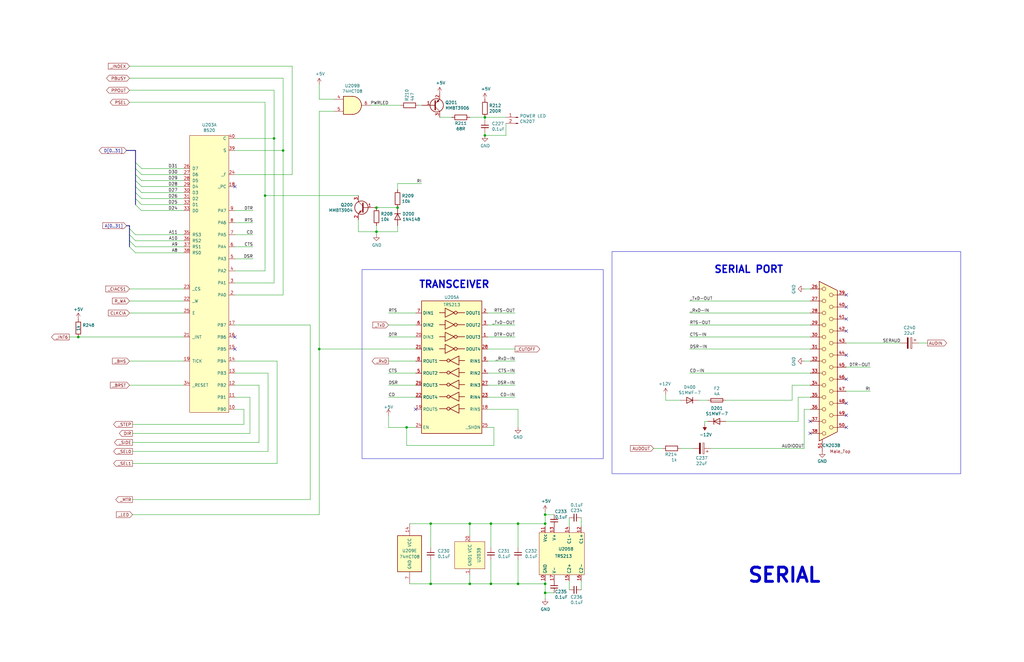
<source format=kicad_sch>
(kicad_sch (version 20231120) (generator "eeschema") (generator_version "8.0")
  (paper "B")
  (title_block (title "AMIGA PCI") (date "2024-10-23") (rev "4.0"))
  (lib_symbols
    (symbol "+5V_1" (power) (pin_numbers hide) (pin_names (offset 0) hide)
      (property "Value" "+5V" (at 0 3.556 0))
      (symbol "+5V_1_1_1"
        (pin power_in line (at 0 0 90) (length 0) (name "~") (number "1"))
      )
    )
    (symbol "74xx:74LS08" (pin_names (offset 1.016))
      (property "Reference" "U" (at 0 1.27 0))
      (property "Value" "74LS08" (at 0 -1.27 0))
      (symbol "74LS08_1_1"
        (pin input line (at -7.62 2.54 0) (length 3.81) (name "~") (number "1"))
        (pin input line (at -7.62 -2.54 0) (length 3.81) (name "~") (number "2"))
        (pin output line (at 7.62 0 180) (length 3.81) (name "~") (number "3"))
      )
      (symbol "74LS08_1_2"
        (pin input inverted (at -7.62 2.54 0) (length 4.318) (name "~") (number "1"))
        (pin input inverted (at -7.62 -2.54 0) (length 4.318) (name "~") (number "2"))
        (pin output inverted (at 7.62 0 180) (length 3.81) (name "~") (number "3"))
      )
      (symbol "74LS08_2_1"
        (pin input line (at -7.62 2.54 0) (length 3.81) (name "~") (number "4"))
        (pin input line (at -7.62 -2.54 0) (length 3.81) (name "~") (number "5"))
        (pin output line (at 7.62 0 180) (length 3.81) (name "~") (number "6"))
      )
      (symbol "74LS08_2_2"
        (pin input inverted (at -7.62 2.54 0) (length 4.318) (name "~") (number "4"))
        (pin input inverted (at -7.62 -2.54 0) (length 4.318) (name "~") (number "5"))
        (pin output inverted (at 7.62 0 180) (length 3.81) (name "~") (number "6"))
      )
      (symbol "74LS08_3_1"
        (pin input line (at -7.62 -2.54 0) (length 3.81) (name "~") (number "10"))
        (pin output line (at 7.62 0 180) (length 3.81) (name "~") (number "8"))
        (pin input line (at -7.62 2.54 0) (length 3.81) (name "~") (number "9"))
      )
      (symbol "74LS08_3_2"
        (pin input inverted (at -7.62 -2.54 0) (length 4.318) (name "~") (number "10"))
        (pin output inverted (at 7.62 0 180) (length 3.81) (name "~") (number "8"))
        (pin input inverted (at -7.62 2.54 0) (length 4.318) (name "~") (number "9"))
      )
      (symbol "74LS08_4_1"
        (pin output line (at 7.62 0 180) (length 3.81) (name "~") (number "11"))
        (pin input line (at -7.62 2.54 0) (length 3.81) (name "~") (number "12"))
        (pin input line (at -7.62 -2.54 0) (length 3.81) (name "~") (number "13"))
      )
      (symbol "74LS08_4_2"
        (pin output inverted (at 7.62 0 180) (length 3.81) (name "~") (number "11"))
        (pin input inverted (at -7.62 2.54 0) (length 4.318) (name "~") (number "12"))
        (pin input inverted (at -7.62 -2.54 0) (length 4.318) (name "~") (number "13"))
      )
      (symbol "74LS08_5_0"
        (pin power_in line (at 0 12.7 270) (length 5.08) (name "VCC") (number "14"))
        (pin power_in line (at 0 -12.7 90) (length 5.08) (name "GND") (number "7"))
      )
    )
    (symbol "AmigaPCI-Symbols:DB25_Stack_FemaleAndMale" (pin_names (offset 1.016) hide)
      (property "Reference" "J" (at 0 34.29 0))
      (property "Value" "DB25_Stack_FemaleAndMale" (at 12.7 -35.56 0))
      (symbol "DB25_Stack_FemaleAndMale_1_0"
        (text "Female_Bottom" (at 0 -38.1 0) (effects (font (size 1.27 1.27))))
      )
      (symbol "DB25_Stack_FemaleAndMale_1_1"
        (pin passive line (at -7.62 30.48 0) (length 3.81) (name "1") (number "1"))
        (pin passive line (at -7.62 -15.24 0) (length 3.81) (name "10") (number "10"))
        (pin passive line (at -7.62 -20.32 0) (length 3.81) (name "11") (number "11"))
        (pin passive line (at -7.62 -25.4 0) (length 3.81) (name "12") (number "12"))
        (pin passive line (at -7.62 -30.48 0) (length 3.81) (name "13") (number "13"))
        (pin passive line (at 7.62 27.94 180) (length 3.81) (name "P14") (number "14"))
        (pin passive line (at 7.62 22.86 180) (length 3.81) (name "P15") (number "15"))
        (pin passive line (at 7.62 17.78 180) (length 3.81) (name "P16") (number "16"))
        (pin passive line (at 7.62 12.7 180) (length 3.81) (name "P17") (number "17"))
        (pin passive line (at 7.62 7.62 180) (length 3.81) (name "P18") (number "18"))
        (pin passive line (at 7.62 2.54 180) (length 3.81) (name "P19") (number "19"))
        (pin passive line (at -7.62 25.4 0) (length 3.81) (name "2") (number "2"))
        (pin passive line (at 7.62 -2.54 180) (length 3.81) (name "P20") (number "20"))
        (pin passive line (at 7.62 -7.62 180) (length 3.81) (name "P21") (number "21"))
        (pin passive line (at 7.62 -12.7 180) (length 3.81) (name "P22") (number "22"))
        (pin passive line (at 7.62 -17.78 180) (length 3.81) (name "P23") (number "23"))
        (pin passive line (at 7.62 -22.86 180) (length 3.81) (name "P24") (number "24"))
        (pin passive line (at 7.62 -27.94 180) (length 3.81) (name "P25") (number "25"))
        (pin passive line (at -7.62 20.32 0) (length 3.81) (name "3") (number "3"))
        (pin passive line (at -7.62 15.24 0) (length 3.81) (name "4") (number "4"))
        (pin passive line (at -7.62 10.16 0) (length 3.81) (name "5") (number "5"))
        (pin passive line (at -7.62 5.08 0) (length 3.81) (name "6") (number "6"))
        (pin passive line (at -7.62 0 0) (length 3.81) (name "7") (number "7"))
        (pin passive line (at -7.62 -5.08 0) (length 3.81) (name "8") (number "8"))
        (pin passive line (at -7.62 -10.16 0) (length 3.81) (name "9") (number "9"))
      )
      (symbol "DB25_Stack_FemaleAndMale_2_0"
        (text "Male_Top" (at 5.08 -38.1 0) (effects (font (size 1.27 1.27))))
        (pin power_in line (at -2.54 -38.1 90) (length 5.02) (name "GND") (number "51"))
      )
      (symbol "DB25_Stack_FemaleAndMale_2_1"
        (pin passive line (at -7.62 30.48 0) (length 3.81) (name "26") (number "26"))
        (pin passive line (at -7.62 25.4 0) (length 3.81) (name "27") (number "27"))
        (pin passive line (at -7.62 20.32 0) (length 3.81) (name "28") (number "28"))
        (pin passive line (at -7.62 15.24 0) (length 3.81) (name "29") (number "29"))
        (pin passive line (at -7.62 10.16 0) (length 3.81) (name "30") (number "30"))
        (pin passive line (at -7.62 5.08 0) (length 3.81) (name "31") (number "31"))
        (pin passive line (at -7.62 0 0) (length 3.81) (name "32") (number "32"))
        (pin passive line (at -7.62 -5.08 0) (length 3.81) (name "33") (number "33"))
        (pin passive line (at -7.62 -10.16 0) (length 3.81) (name "34") (number "34"))
        (pin passive line (at -7.62 -15.24 0) (length 3.81) (name "35") (number "35"))
        (pin passive line (at -7.62 -20.32 0) (length 3.81) (name "36") (number "36"))
        (pin passive line (at -7.62 -25.4 0) (length 3.81) (name "37") (number "37"))
        (pin passive line (at -7.62 -30.48 0) (length 3.81) (name "38") (number "38"))
        (pin passive line (at 7.62 27.94 180) (length 3.81) (name "39") (number "39"))
        (pin passive line (at 7.62 22.86 180) (length 3.81) (name "40") (number "40"))
        (pin passive line (at 7.62 17.78 180) (length 3.81) (name "41") (number "41"))
        (pin passive line (at 7.62 12.7 180) (length 3.81) (name "42") (number "42"))
        (pin passive line (at 7.62 7.62 180) (length 3.81) (name "43") (number "43"))
        (pin passive line (at 7.62 2.54 180) (length 3.81) (name "44") (number "44"))
        (pin passive line (at 7.62 -2.54 180) (length 3.81) (name "45") (number "45"))
        (pin passive line (at 7.62 -7.62 180) (length 3.81) (name "46") (number "46"))
        (pin passive line (at 7.62 -12.7 180) (length 3.81) (name "47") (number "47"))
        (pin passive line (at 7.62 -17.78 180) (length 3.81) (name "48") (number "48"))
        (pin passive line (at 7.62 -22.86 180) (length 3.81) (name "49") (number "49"))
        (pin passive line (at 7.62 -27.94 180) (length 3.81) (name "50") (number "50"))
      )
    )
    (symbol "AmigaPCI-Symbols:MOS 8520" (pin_names (offset 1.016))
      (property "Reference" "U" (at 0 53.34 0))
      (property "Value" "8520" (at 0 40.64 0))
      (symbol "MOS 8520_1_1"
        (pin bidirectional line (at 10.16 -63.5 180) (length 2.54) (name "PB0") (number "10"))
        (pin bidirectional line (at 10.16 -58.42 180) (length 2.54) (name "PB1") (number "11"))
        (pin bidirectional line (at 10.16 -53.34 180) (length 2.54) (name "PB2") (number "12"))
        (pin bidirectional line (at 10.16 -48.26 180) (length 2.54) (name "PB3") (number "13"))
        (pin bidirectional line (at 10.16 -43.18 180) (length 2.54) (name "PB4") (number "14"))
        (pin bidirectional line (at 10.16 -38.1 180) (length 2.54) (name "PB5") (number "15"))
        (pin bidirectional line (at 10.16 -33.02 180) (length 2.54) (name "PB6") (number "16"))
        (pin bidirectional line (at 10.16 -27.94 180) (length 2.54) (name "PB7") (number "17"))
        (pin output line (at 10.16 30.48 180) (length 2.54) (name "_PC") (number "18"))
        (pin input line (at -11.43 -43.18 0) (length 2.54) (name "TICK") (number "19"))
        (pin bidirectional line (at 10.16 -15.24 180) (length 2.54) (name "PA0") (number "2"))
        (pin output line (at -11.43 -33.02 0) (length 2.54) (name "_INT") (number "21"))
        (pin input line (at -11.43 -17.78 0) (length 2.54) (name "_W") (number "22"))
        (pin input line (at -11.43 -12.7 0) (length 2.54) (name "_CS") (number "23"))
        (pin input line (at 10.16 35.56 180) (length 2.54) (name "_F") (number "24"))
        (pin input line (at -11.43 -22.86 0) (length 2.54) (name "E") (number "25"))
        (pin bidirectional line (at -11.43 38.1 0) (length 2.54) (name "D7") (number "26"))
        (pin bidirectional line (at -11.43 35.56 0) (length 2.54) (name "D6") (number "27"))
        (pin bidirectional line (at -11.43 33.02 0) (length 2.54) (name "D5") (number "28"))
        (pin bidirectional line (at -11.43 30.48 0) (length 2.54) (name "D4") (number "29"))
        (pin bidirectional line (at 10.16 -10.16 180) (length 2.54) (name "PA1") (number "3"))
        (pin bidirectional line (at -11.43 27.94 0) (length 2.54) (name "D3") (number "30"))
        (pin bidirectional line (at -11.43 25.4 0) (length 2.54) (name "D2") (number "31"))
        (pin bidirectional line (at -11.43 22.86 0) (length 2.54) (name "D1") (number "32"))
        (pin bidirectional line (at -11.43 20.32 0) (length 2.54) (name "D0") (number "33"))
        (pin input line (at -11.43 -53.34 0) (length 2.54) (name "_RESET") (number "34"))
        (pin input line (at -11.43 10.16 0) (length 2.54) (name "RS3") (number "35"))
        (pin input line (at -11.43 7.62 0) (length 2.54) (name "RS2") (number "36"))
        (pin input line (at -11.43 5.08 0) (length 2.54) (name "RS1") (number "37"))
        (pin input line (at -11.43 2.54 0) (length 2.54) (name "RS0") (number "38"))
        (pin input line (at 10.16 45.72 180) (length 2.54) (name "S") (number "39"))
        (pin bidirectional line (at 10.16 -5.08 180) (length 2.54) (name "PA2") (number "4"))
        (pin input line (at 10.16 50.8 180) (length 2.54) (name "C") (number "40"))
        (pin bidirectional line (at 10.16 0 180) (length 2.54) (name "PA3") (number "5"))
        (pin bidirectional line (at 10.16 5.08 180) (length 2.54) (name "PA4") (number "6"))
        (pin bidirectional line (at 10.16 10.16 180) (length 2.54) (name "PA5") (number "7"))
        (pin bidirectional line (at 10.16 15.24 180) (length 2.54) (name "PA6") (number "8"))
        (pin bidirectional line (at 10.16 20.32 180) (length 2.54) (name "PA7") (number "9"))
      )
      (symbol "MOS 8520_2_1"
        (pin power_in line (at 0 -7.62 90) (length 2.54) (name "GND1") (number "1"))
        (pin power_in line (at 0 8.89 270) (length 2.54) (name "VCC") (number "20"))
      )
    )
    (symbol "AmigaPCI-Symbols:TRS213"
      (property "Reference" "U" (at 12.7 33.02 0))
      (property "Value" "TRS213" (at 12.7 30.48 0))
      (symbol "TRS213_1_0"
        (pin input line (at 15.24 -17.78 180) (length 2.54) (name "RIN5") (number "18"))
        (pin output line (at -15.24 -17.78 0) (length 2.54) (name "ROUT5") (number "19"))
        (pin input line (at -15.24 12.7 0) (length 2.54) (name "DIN3") (number "20"))
        (pin input line (at -15.24 7.62 0) (length 2.54) (name "DIN4") (number "21"))
        (pin input line (at -15.24 7.62 0) (length 2.54) (name "DIN4") (number "21"))
        (pin output line (at -15.24 -12.7 0) (length 2.54) (name "ROUT4") (number "22"))
        (pin output line (at -15.24 -12.7 0) (length 2.54) (name "ROUT4") (number "22"))
        (pin input line (at 15.24 -12.7 180) (length 2.54) (name "RIN4") (number "23"))
        (pin input line (at 15.24 -12.7 180) (length 2.54) (name "RIN4") (number "23"))
        (pin input line (at -15.24 -25.4 0) (length 2.54) (name "EN") (number "24"))
        (pin input line (at 15.24 -25.4 180) (length 2.54) (name "_SHDN") (number "25"))
        (pin output line (at -15.24 -7.62 0) (length 2.54) (name "ROUT3") (number "26"))
        (pin output line (at -15.24 -7.62 0) (length 2.54) (name "ROUT3") (number "26"))
        (pin input line (at 15.24 -7.62 180) (length 2.54) (name "RIN3") (number "27"))
        (pin input line (at 15.24 -7.62 180) (length 2.54) (name "RIN3") (number "27"))
        (pin output line (at 15.24 7.62 180) (length 2.54) (name "DOUT4") (number "28"))
        (pin output line (at 15.24 7.62 180) (length 2.54) (name "DOUT4") (number "28"))
      )
      (symbol "TRS213_1_1"
        (pin output line (at 15.24 12.7 180) (length 2.54) (name "DOUT3") (number "1"))
        (pin output line (at 15.24 12.7 180) (length 2.54) (name "DOUT3") (number "1"))
        (pin output line (at 15.24 22.86 180) (length 2.54) (name "DOUT1") (number "2"))
        (pin output line (at 15.24 22.86 180) (length 2.54) (name "DOUT1") (number "2"))
        (pin output line (at 15.24 17.78 180) (length 2.54) (name "DOUT2") (number "3"))
        (pin output line (at 15.24 17.78 180) (length 2.54) (name "DOUT2") (number "3"))
        (pin input line (at 15.24 -2.54 180) (length 2.54) (name "RIN2") (number "4"))
        (pin input line (at 15.24 -2.54 180) (length 2.54) (name "RIN2") (number "4"))
        (pin output line (at -15.24 -2.54 0) (length 2.54) (name "ROUT2") (number "5"))
        (pin output line (at -15.24 -2.54 0) (length 2.54) (name "ROUT2") (number "5"))
        (pin input line (at -15.24 17.78 0) (length 2.54) (name "DIN2") (number "6"))
        (pin input line (at -15.24 17.78 0) (length 2.54) (name "DIN2") (number "6"))
        (pin input line (at -15.24 22.86 0) (length 2.54) (name "DIN1") (number "7"))
        (pin input line (at -15.24 22.86 0) (length 2.54) (name "DIN1") (number "7"))
        (pin output line (at -15.24 2.54 0) (length 2.54) (name "ROUT1") (number "8"))
        (pin output line (at -15.24 2.54 0) (length 2.54) (name "ROUT1") (number "8"))
        (pin input line (at 15.24 2.54 180) (length 2.54) (name "RIN1") (number "9"))
        (pin input line (at 15.24 2.54 180) (length 2.54) (name "RIN1") (number "9"))
      )
      (symbol "TRS213_2_0"
        (pin passive line (at -3.81 -11.43 90) (length 2.54) (name "V-") (number "17"))
      )
      (symbol "TRS213_2_1"
        (pin power_in line (at -7.62 -11.43 90) (length 2.54) (name "GND") (number "10"))
        (pin power_in line (at -7.62 11.43 270) (length 2.54) (name "Vcc") (number "11"))
        (pin passive line (at 7.62 11.43 270) (length 2.54) (name "C1+") (number "12"))
        (pin passive line (at -3.81 11.43 270) (length 2.54) (name "V+") (number "13"))
        (pin passive line (at 2.54 11.43 270) (length 2.54) (name "C1-") (number "14"))
        (pin passive line (at 2.54 -11.43 90) (length 2.54) (name "C2+") (number "15"))
        (pin passive line (at 7.62 -11.43 90) (length 2.54) (name "C2-") (number "16"))
      )
    )
    (symbol "Connector:Conn_01x02_Pin" (pin_names (offset 1.016) hide)
      (property "Reference" "J" (at 0 2.54 0))
      (property "Value" "Conn_01x02_Pin" (at 0 -5.08 0))
      (symbol "Conn_01x02_Pin_1_1"
        (pin passive line (at 5.08 0 180) (length 3.81) (name "Pin_1") (number "1"))
        (pin passive line (at 5.08 -2.54 180) (length 3.81) (name "Pin_2") (number "2"))
      )
    )
    (symbol "Device:C_Polarized" (pin_numbers hide) (pin_names (offset 0.254))
      (property "Reference" "C" (at 0.635 2.54 0))
      (property "Value" "C_Polarized" (at 0.635 -2.54 0))
      (symbol "C_Polarized_1_1"
        (pin passive line (at 0 3.81 270) (length 2.794) (name "~") (number "1"))
        (pin passive line (at 0 -3.81 90) (length 2.794) (name "~") (number "2"))
      )
    )
    (symbol "Device:C_Small" (pin_numbers hide) (pin_names (offset 0.254) hide)
      (property "Reference" "C" (at 0.254 1.778 0))
      (property "Value" "C_Small" (at 0.254 -2.032 0))
      (symbol "C_Small_1_1"
        (pin passive line (at 0 2.54 270) (length 2.032) (name "~") (number "1"))
        (pin passive line (at 0 -2.54 90) (length 2.032) (name "~") (number "2"))
      )
    )
    (symbol "Device:Fuse" (pin_numbers hide) (pin_names (offset 0))
      (property "Reference" "F" (at 2.032 0 90))
      (property "Value" "Fuse" (at -1.905 0 90))
      (symbol "Fuse_1_1"
        (pin passive line (at 0 3.81 270) (length 1.27) (name "~") (number "1"))
        (pin passive line (at 0 -3.81 90) (length 1.27) (name "~") (number "2"))
      )
    )
    (symbol "Device:R" (pin_numbers hide) (pin_names (offset 0))
      (property "Reference" "R" (at 2.032 0 90))
      (property "Value" "R" (at 0 0 90))
      (symbol "R_1_1"
        (pin passive line (at 0 3.81 270) (length 1.27) (name "~") (number "1"))
        (pin passive line (at 0 -3.81 90) (length 1.27) (name "~") (number "2"))
      )
    )
    (symbol "Diode:1N4001" (pin_numbers hide) (pin_names hide)
      (property "Reference" "D" (at 0 2.54 0))
      (property "Value" "1N4001" (at 0 -2.54 0))
      (symbol "1N4001_1_1"
        (pin passive line (at -3.81 0 0) (length 2.54) (name "K") (number "1"))
        (pin passive line (at 3.81 0 180) (length 2.54) (name "A") (number "2"))
      )
    )
    (symbol "Diode:1N4148" (pin_numbers hide) (pin_names hide)
      (property "Reference" "D" (at 0 2.54 0))
      (property "Value" "1N4148" (at 0 -2.54 0))
      (symbol "1N4148_1_1"
        (pin passive line (at -3.81 0 0) (length 2.54) (name "K") (number "1"))
        (pin passive line (at 3.81 0 180) (length 2.54) (name "A") (number "2"))
      )
    )
    (symbol "Transistor_BJT:MMBT3904" (pin_names (offset 0) hide)
      (property "Reference" "Q" (at 5.08 1.905 0))
      (property "Value" "MMBT3904" (at 5.08 0 0))
      (symbol "MMBT3904_1_1"
        (pin input line (at -5.08 0 0) (length 5.715) (name "B") (number "1"))
        (pin passive line (at 2.54 -5.08 90) (length 2.54) (name "E") (number "2"))
        (pin passive line (at 2.54 5.08 270) (length 2.54) (name "C") (number "3"))
      )
    )
    (symbol "Transistor_BJT:MMBT3906" (pin_names (offset 0) hide)
      (property "Reference" "Q" (at 5.08 1.905 0))
      (property "Value" "MMBT3906" (at 5.08 0 0))
      (symbol "MMBT3906_1_1"
        (pin input line (at -5.08 0 0) (length 5.715) (name "B") (number "1"))
        (pin passive line (at 2.54 -5.08 90) (length 2.54) (name "E") (number "2"))
        (pin passive line (at 2.54 5.08 270) (length 2.54) (name "C") (number "3"))
      )
    )
    (symbol "power:+12V" (power) (pin_names (offset 0))
      (property "Value" "+12V" (at 0 3.556 0))
      (symbol "+12V_1_1"
        (pin power_in line (at 0 0 90) (length 0) hide (name "+12V") (number "1"))
      )
    )
    (symbol "power:+5V" (power) (pin_names (offset 0))
      (property "Value" "+5V" (at 0 3.556 0))
      (symbol "+5V_1_1"
        (pin power_in line (at 0 0 90) (length 0) hide (name "+5V") (number "1"))
      )
    )
    (symbol "power:-12V" (power) (pin_names (offset 0))
      (property "Value" "-12V" (at 0 3.81 0))
      (symbol "-12V_0_0"
        (pin power_in line (at 0 0 90) (length 0) hide (name "-12V") (number "1"))
      )
    )
    (symbol "power:GND" (power) (pin_names (offset 0))
      (property "Value" "GND" (at 0 -3.81 0))
      (symbol "GND_1_1"
        (pin power_in line (at 0 0 270) (length 0) hide (name "GND") (number "1"))
      )
    )
  )
  (junction (at 181.61 246.38))
  (junction (at 218.44 246.38))
  (junction (at 171.45 180.34))
  (junction (at 204.47 49.53))
  (junction (at 198.12 246.38))
  (junction (at 229.87 217.17))
  (junction (at 134.62 147.32))
  (junction (at 229.87 250.19))
  (junction (at 229.87 220.98))
  (junction (at 229.87 246.38))
  (junction (at 119.38 63.5))
  (junction (at 207.01 246.38))
  (junction (at 158.75 97.79))
  (junction (at 111.76 82.55))
  (junction (at 115.57 58.42))
  (junction (at 218.44 220.98))
  (junction (at 33.02 142.24))
  (junction (at 204.47 57.15))
  (junction (at 167.64 87.63))
  (junction (at 198.12 220.98))
  (junction (at 158.75 87.63))
  (junction (at 207.01 220.98))
  (junction (at 181.61 220.98))
  (no_connect (at 175.26 172.72))
  (no_connect (at 356.87 124.46))
  (no_connect (at 341.63 182.88))
  (no_connect (at 356.87 129.54))
  (no_connect (at 356.87 149.86))
  (no_connect (at 356.87 139.7))
  (no_connect (at 99.06 78.74))
  (no_connect (at 356.87 180.34))
  (no_connect (at 99.06 142.24))
  (no_connect (at 99.06 147.32))
  (no_connect (at 356.87 134.62))
  (no_connect (at 356.87 170.18))
  (no_connect (at 341.63 177.8))
  (no_connect (at 356.87 175.26))
  (no_connect (at 356.87 160.02))
  (bus_entry (at 59.69 71.12) (size -2.54 -2.54))
  (bus_entry (at 59.69 83.82) (size -2.54 -2.54))
  (bus_entry (at 59.69 86.36) (size -2.54 -2.54))
  (bus_entry (at 57.15 104.14) (size -2.54 -2.54))
  (bus_entry (at 59.69 81.28) (size -2.54 -2.54))
  (bus_entry (at 59.69 73.66) (size -2.54 -2.54))
  (bus_entry (at 59.69 76.2) (size -2.54 -2.54))
  (bus_entry (at 59.69 78.74) (size -2.54 -2.54))
  (bus_entry (at 57.15 99.06) (size -2.54 -2.54))
  (bus_entry (at 57.15 106.68) (size -2.54 -2.54))
  (bus_entry (at 59.69 88.9) (size -2.54 -2.54))
  (bus_entry (at 57.15 101.6) (size -2.54 -2.54))
  (wire (pts (xy 290.83 142.24) (xy 341.63 142.24)))
  (wire (pts (xy 198.12 246.38) (xy 207.01 246.38)))
  (wire (pts (xy 33.02 142.24) (xy 29.21 142.24)))
  (wire (pts (xy 205.74 142.24) (xy 217.17 142.24)))
  (wire (pts (xy 163.83 132.08) (xy 175.26 132.08)))
  (bus (pts (xy 54.61 96.52) (xy 54.61 99.06)))
  (wire (pts (xy 171.45 180.34) (xy 171.45 187.96)))
  (wire (pts (xy 198.12 220.98) (xy 198.12 226.06)))
  (wire (pts (xy 356.87 154.94) (xy 367.03 154.94)))
  (wire (pts (xy 171.45 187.96) (xy 208.28 187.96)))
  (wire (pts (xy 163.83 162.56) (xy 175.26 162.56)))
  (wire (pts (xy 185.42 49.53) (xy 190.5 49.53)))
  (wire (pts (xy 229.87 217.17) (xy 229.87 220.98)))
  (bus (pts (xy 57.15 81.28) (xy 57.15 83.82)))
  (wire (pts (xy 77.47 86.36) (xy 59.69 86.36)))
  (wire (pts (xy 204.47 57.15) (xy 213.36 57.15)))
  (bus (pts (xy 57.15 68.58) (xy 57.15 71.12)))
  (wire (pts (xy 240.03 222.25) (xy 240.03 218.44)))
  (wire (pts (xy 55.88 217.17) (xy 134.62 217.17)))
  (bus (pts (xy 57.15 71.12) (xy 57.15 73.66)))
  (wire (pts (xy 116.84 195.58) (xy 55.88 195.58)))
  (wire (pts (xy 119.38 124.46) (xy 99.06 124.46)))
  (wire (pts (xy 134.62 46.99) (xy 140.97 46.99)))
  (wire (pts (xy 240.03 245.11) (xy 240.03 248.92)))
  (wire (pts (xy 205.74 172.72) (xy 218.44 172.72)))
  (bus (pts (xy 57.15 63.5) (xy 57.15 68.58)))
  (wire (pts (xy 341.63 172.72) (xy 339.09 172.72)))
  (wire (pts (xy 54.61 121.92) (xy 77.47 121.92)))
  (wire (pts (xy 134.62 41.91) (xy 134.62 35.56)))
  (wire (pts (xy 59.69 78.74) (xy 77.47 78.74)))
  (wire (pts (xy 207.01 220.98) (xy 218.44 220.98)))
  (wire (pts (xy 99.06 58.42) (xy 115.57 58.42)))
  (wire (pts (xy 163.83 152.4) (xy 175.26 152.4)))
  (bus (pts (xy 57.15 76.2) (xy 57.15 78.74)))
  (wire (pts (xy 163.83 180.34) (xy 171.45 180.34)))
  (wire (pts (xy 113.03 157.48) (xy 113.03 190.5)))
  (wire (pts (xy 181.61 246.38) (xy 172.72 246.38)))
  (wire (pts (xy 119.38 33.02) (xy 54.61 33.02)))
  (wire (pts (xy 99.06 99.06) (xy 106.68 99.06)))
  (wire (pts (xy 77.47 162.56) (xy 54.61 162.56)))
  (wire (pts (xy 204.47 55.88) (xy 204.47 57.15)))
  (wire (pts (xy 306.07 177.8) (xy 336.55 177.8)))
  (wire (pts (xy 198.12 49.53) (xy 204.47 49.53)))
  (wire (pts (xy 77.47 142.24) (xy 33.02 142.24)))
  (wire (pts (xy 205.74 132.08) (xy 217.17 132.08)))
  (wire (pts (xy 77.47 81.28) (xy 59.69 81.28)))
  (wire (pts (xy 130.81 137.16) (xy 130.81 210.82)))
  (wire (pts (xy 290.83 127) (xy 341.63 127)))
  (wire (pts (xy 99.06 109.22) (xy 106.68 109.22)))
  (wire (pts (xy 280.67 166.37) (xy 280.67 168.91)))
  (wire (pts (xy 111.76 82.55) (xy 111.76 114.3)))
  (wire (pts (xy 229.87 220.98) (xy 229.87 222.25)))
  (bus (pts (xy 53.34 95.25) (xy 54.61 95.25)))
  (wire (pts (xy 77.47 127) (xy 54.61 127)))
  (wire (pts (xy 99.06 162.56) (xy 109.22 162.56)))
  (wire (pts (xy 115.57 38.1) (xy 54.61 38.1)))
  (wire (pts (xy 163.83 137.16) (xy 175.26 137.16)))
  (wire (pts (xy 99.06 73.66) (xy 123.19 73.66)))
  (wire (pts (xy 205.74 167.64) (xy 217.17 167.64)))
  (wire (pts (xy 181.61 220.98) (xy 198.12 220.98)))
  (wire (pts (xy 115.57 58.42) (xy 115.57 38.1)))
  (wire (pts (xy 205.74 162.56) (xy 217.17 162.56)))
  (wire (pts (xy 102.87 172.72) (xy 102.87 179.07)))
  (wire (pts (xy 290.83 137.16) (xy 341.63 137.16)))
  (wire (pts (xy 334.01 168.91) (xy 334.01 162.56)))
  (wire (pts (xy 339.09 152.4) (xy 341.63 152.4)))
  (wire (pts (xy 356.87 144.78) (xy 379.73 144.78)))
  (wire (pts (xy 158.75 97.79) (xy 167.64 97.79)))
  (wire (pts (xy 167.64 77.47) (xy 177.8 77.47)))
  (wire (pts (xy 336.55 167.64) (xy 341.63 167.64)))
  (wire (pts (xy 204.47 49.53) (xy 204.47 50.8)))
  (wire (pts (xy 111.76 82.55) (xy 151.13 82.55)))
  (wire (pts (xy 59.69 83.82) (xy 77.47 83.82)))
  (wire (pts (xy 163.83 175.26) (xy 163.83 180.34)))
  (wire (pts (xy 113.03 190.5) (xy 55.88 190.5)))
  (wire (pts (xy 57.15 106.68) (xy 77.47 106.68)))
  (wire (pts (xy 163.83 157.48) (xy 175.26 157.48)))
  (wire (pts (xy 77.47 99.06) (xy 57.15 99.06)))
  (wire (pts (xy 156.21 44.45) (xy 168.91 44.45)))
  (wire (pts (xy 134.62 46.99) (xy 134.62 147.32)))
  (wire (pts (xy 172.72 220.98) (xy 181.61 220.98)))
  (wire (pts (xy 181.61 246.38) (xy 198.12 246.38)))
  (wire (pts (xy 198.12 242.57) (xy 198.12 246.38)))
  (wire (pts (xy 115.57 119.38) (xy 99.06 119.38)))
  (wire (pts (xy 158.75 87.63) (xy 167.64 87.63)))
  (wire (pts (xy 77.47 152.4) (xy 54.61 152.4)))
  (wire (pts (xy 218.44 236.22) (xy 218.44 246.38)))
  (wire (pts (xy 213.36 52.07) (xy 213.36 57.15)))
  (wire (pts (xy 176.53 44.45) (xy 177.8 44.45)))
  (wire (pts (xy 229.87 250.19) (xy 229.87 246.38)))
  (wire (pts (xy 290.83 132.08) (xy 341.63 132.08)))
  (bus (pts (xy 57.15 63.5) (xy 53.34 63.5)))
  (wire (pts (xy 245.11 245.11) (xy 245.11 248.92)))
  (bus (pts (xy 57.15 78.74) (xy 57.15 81.28)))
  (wire (pts (xy 181.61 220.98) (xy 181.61 231.14)))
  (wire (pts (xy 151.13 92.71) (xy 151.13 97.79)))
  (wire (pts (xy 205.74 157.48) (xy 217.17 157.48)))
  (wire (pts (xy 299.72 189.23) (xy 339.09 189.23)))
  (wire (pts (xy 123.19 27.94) (xy 54.61 27.94)))
  (wire (pts (xy 163.83 142.24) (xy 175.26 142.24)))
  (wire (pts (xy 77.47 76.2) (xy 59.69 76.2)))
  (wire (pts (xy 99.06 152.4) (xy 116.84 152.4)))
  (wire (pts (xy 229.87 250.19) (xy 233.68 250.19)))
  (wire (pts (xy 105.41 167.64) (xy 105.41 182.88)))
  (wire (pts (xy 218.44 220.98) (xy 229.87 220.98)))
  (wire (pts (xy 290.83 157.48) (xy 341.63 157.48)))
  (wire (pts (xy 163.83 167.64) (xy 175.26 167.64)))
  (wire (pts (xy 77.47 104.14) (xy 57.15 104.14)))
  (wire (pts (xy 207.01 220.98) (xy 207.01 231.14)))
  (wire (pts (xy 204.47 49.53) (xy 213.36 49.53)))
  (wire (pts (xy 218.44 246.38) (xy 229.87 246.38)))
  (wire (pts (xy 116.84 152.4) (xy 116.84 195.58)))
  (wire (pts (xy 77.47 101.6) (xy 57.15 101.6)))
  (wire (pts (xy 102.87 179.07) (xy 55.88 179.07)))
  (wire (pts (xy 167.64 80.01) (xy 167.64 77.47)))
  (bus (pts (xy 57.15 83.82) (xy 57.15 86.36)))
  (wire (pts (xy 290.83 147.32) (xy 341.63 147.32)))
  (wire (pts (xy 292.1 189.23) (xy 287.02 189.23)))
  (wire (pts (xy 181.61 236.22) (xy 181.61 246.38)))
  (wire (pts (xy 99.06 137.16) (xy 130.81 137.16)))
  (wire (pts (xy 208.28 187.96) (xy 208.28 180.34)))
  (wire (pts (xy 109.22 162.56) (xy 109.22 186.69)))
  (wire (pts (xy 111.76 43.18) (xy 54.61 43.18)))
  (bus (pts (xy 54.61 101.6) (xy 54.61 104.14)))
  (wire (pts (xy 387.35 144.78) (xy 391.16 144.78)))
  (wire (pts (xy 99.06 88.9) (xy 106.68 88.9)))
  (wire (pts (xy 115.57 58.42) (xy 115.57 119.38)))
  (wire (pts (xy 229.87 215.9) (xy 229.87 217.17)))
  (wire (pts (xy 134.62 147.32) (xy 134.62 217.17)))
  (wire (pts (xy 205.74 137.16) (xy 217.17 137.16)))
  (wire (pts (xy 279.4 189.23) (xy 275.59 189.23)))
  (wire (pts (xy 334.01 162.56) (xy 341.63 162.56)))
  (wire (pts (xy 140.97 41.91) (xy 134.62 41.91)))
  (wire (pts (xy 59.69 73.66) (xy 77.47 73.66)))
  (wire (pts (xy 207.01 246.38) (xy 218.44 246.38)))
  (wire (pts (xy 105.41 182.88) (xy 55.88 182.88)))
  (wire (pts (xy 339.09 121.92) (xy 341.63 121.92)))
  (wire (pts (xy 134.62 147.32) (xy 175.26 147.32)))
  (wire (pts (xy 151.13 97.79) (xy 158.75 97.79)))
  (bus (pts (xy 54.61 95.25) (xy 54.61 96.52)))
  (wire (pts (xy 356.87 165.1) (xy 367.03 165.1)))
  (wire (pts (xy 198.12 220.98) (xy 207.01 220.98)))
  (wire (pts (xy 158.75 97.79) (xy 158.75 95.25)))
  (wire (pts (xy 207.01 236.22) (xy 207.01 246.38)))
  (wire (pts (xy 99.06 63.5) (xy 119.38 63.5)))
  (wire (pts (xy 99.06 93.98) (xy 106.68 93.98)))
  (wire (pts (xy 229.87 245.11) (xy 229.87 246.38)))
  (wire (pts (xy 229.87 217.17) (xy 233.68 217.17)))
  (wire (pts (xy 111.76 82.55) (xy 111.76 43.18)))
  (wire (pts (xy 205.74 152.4) (xy 217.17 152.4)))
  (wire (pts (xy 99.06 157.48) (xy 113.03 157.48)))
  (wire (pts (xy 99.06 167.64) (xy 105.41 167.64)))
  (wire (pts (xy 167.64 97.79) (xy 167.64 95.25)))
  (wire (pts (xy 297.18 179.07) (xy 297.18 177.8)))
  (wire (pts (xy 229.87 252.73) (xy 229.87 250.19)))
  (wire (pts (xy 158.75 99.06) (xy 158.75 97.79)))
  (wire (pts (xy 218.44 220.98) (xy 218.44 231.14)))
  (wire (pts (xy 297.18 177.8) (xy 298.45 177.8)))
  (wire (pts (xy 130.81 210.82) (xy 55.88 210.82)))
  (wire (pts (xy 119.38 63.5) (xy 119.38 33.02)))
  (wire (pts (xy 306.07 168.91) (xy 334.01 168.91)))
  (wire (pts (xy 99.06 172.72) (xy 102.87 172.72)))
  (wire (pts (xy 99.06 114.3) (xy 111.76 114.3)))
  (wire (pts (xy 171.45 180.34) (xy 175.26 180.34)))
  (wire (pts (xy 245.11 222.25) (xy 245.11 218.44)))
  (wire (pts (xy 99.06 104.14) (xy 106.68 104.14)))
  (wire (pts (xy 339.09 172.72) (xy 339.09 189.23)))
  (wire (pts (xy 208.28 180.34) (xy 205.74 180.34)))
  (bus (pts (xy 57.15 73.66) (xy 57.15 76.2)))
  (wire (pts (xy 123.19 73.66) (xy 123.19 27.94)))
  (wire (pts (xy 77.47 88.9) (xy 59.69 88.9)))
  (wire (pts (xy 77.47 71.12) (xy 59.69 71.12)))
  (wire (pts (xy 218.44 172.72) (xy 218.44 180.34)))
  (wire (pts (xy 280.67 168.91) (xy 287.02 168.91)))
  (wire (pts (xy 119.38 63.5) (xy 119.38 124.46)))
  (wire (pts (xy 109.22 186.69) (xy 55.88 186.69)))
  (bus (pts (xy 54.61 99.06) (xy 54.61 101.6)))
  (wire (pts (xy 54.61 132.08) (xy 77.47 132.08)))
  (wire (pts (xy 298.45 168.91) (xy 294.64 168.91)))
  (wire (pts (xy 205.74 147.32) (xy 217.17 147.32)))
  (wire (pts (xy 336.55 177.8) (xy 336.55 167.64)))
  (rectangle (start 258.064 106.172) (end 405.13 199.898))
  (rectangle (start 152.654 113.792) (end 254.4 193.548))
  (text "SERIAL" (at 314.96 246.38 0) (effects (font (size 6 6) (thickness 1.2) (bold yes)) (justify left bottom)))
  (text "SERIAL PORT" (at 300.99 115.57 0) (effects (font (size 3 3) (thickness 0.6) (bold yes)) (justify left bottom)))
  (text "TRANSCEIVER" (at 176.53 121.92 0) (effects (font (size 3 3) (bold yes)) (justify left bottom)))
  (label "D27" (at 74.93 81.28 180) (effects (font (size 1.2954 1.2954))))
  (label "RI" (at 367.03 165.1 180))
  (label "_TxD-OUT" (at 290.83 127 0))
  (label "PWRLED" (at 156.21 44.45 0))
  (label "DTR-OUT" (at 367.03 154.94 180))
  (label "CTS-IN" (at 290.83 142.24 0))
  (label "D28" (at 74.93 78.74 180) (effects (font (size 1.2954 1.2954))))
  (label "CD" (at 163.83 167.64 0))
  (label "CTS" (at 106.68 104.14 180))
  (label "_RxD-IN" (at 290.83 132.08 0))
  (label "RTS-OUT" (at 217.17 132.08 180))
  (label "RTS" (at 163.83 132.08 0))
  (label "CTS" (at 163.83 157.48 0))
  (label "D26" (at 74.93 83.82 180) (effects (font (size 1.2954 1.2954))))
  (label "DSR-IN" (at 290.83 147.32 0))
  (label "CTS-IN" (at 217.17 157.48 180))
  (label "CD-IN" (at 217.17 167.64 180))
  (label "SERAUD" (at 379.73 144.78 180))
  (label "_RxD-IN" (at 217.17 152.4 180))
  (label "DTR" (at 163.83 142.24 0))
  (label "A10" (at 74.93 101.6 180) (effects (font (size 1.2954 1.2954))))
  (label "RTS-OUT" (at 290.83 137.16 0))
  (label "DTR" (at 106.68 88.9 180))
  (label "A8" (at 74.93 106.68 180) (effects (font (size 1.2954 1.2954))))
  (label "D25" (at 74.93 86.36 180) (effects (font (size 1.2954 1.2954))))
  (label "A11" (at 74.93 99.06 180) (effects (font (size 1.2954 1.2954))))
  (label "DSR" (at 163.83 162.56 0))
  (label "RTS" (at 106.68 93.98 180))
  (label "DSR-IN" (at 217.17 162.56 180))
  (label "CD-IN" (at 290.83 157.48 0))
  (label "RI" (at 177.8 77.47 180))
  (label "CD" (at 106.68 99.06 180))
  (label "DSR" (at 106.68 109.22 180))
  (label "D31" (at 74.93 71.12 180) (effects (font (size 1.2954 1.2954))))
  (label "DTR-OUT" (at 217.17 142.24 180))
  (label "D30" (at 74.93 73.66 180) (effects (font (size 1.2954 1.2954))))
  (label "_TxD-OUT" (at 217.17 137.16 180))
  (label "A9" (at 74.93 104.14 180) (effects (font (size 1.2954 1.2954))))
  (label "D29" (at 74.93 76.2 180) (effects (font (size 1.2954 1.2954))))
  (label "AUDIOOUT" (at 339.09 189.23 180))
  (label "D24" (at 74.93 88.9 180) (effects (font (size 1.2954 1.2954))))
  (global_label "_INDEX" (shape input) (at 54.61 27.94 180) (property "Intersheetrefs" "${INTERSHEET_REFS}" (at 45.1728 27.94 0) (effects (justify right))))
  (global_label "A[0..31]" (shape input) (at 53.34 95.25 180) (property "Intersheetrefs" "${INTERSHEET_REFS}" (at 42.8141 95.25 0) (effects (justify right))))
  (global_label "PSEL" (shape bidirectional) (at 54.61 43.18 180) (property "Intersheetrefs" "${INTERSHEET_REFS}" (at 45.9363 43.18 0) (effects (justify right))))
  (global_label "_SIDE" (shape output) (at 55.88 186.69 180) (property "Intersheetrefs" "${INTERSHEET_REFS}" (at 47.7733 186.69 0) (effects (justify right))))
  (global_label "AUDIN" (shape output) (at 391.16 144.78 0) (property "Intersheetrefs" "${INTERSHEET_REFS}" (at 399.6902 144.78 0) (effects (justify left))))
  (global_label "D[0..31]" (shape bidirectional) (at 53.34 63.5 180) (effects (font (size 1.2954 1.2954))) (property "Intersheetrefs" "${INTERSHEET_REFS}" (at 41.2856 63.5 0) (effects (justify right))))
  (global_label "AUDOUT" (shape input) (at 275.59 189.23 180) (property "Intersheetrefs" "${INTERSHEET_REFS}" (at 265.3665 189.23 0) (effects (justify right))))
  (global_label "_TxD" (shape input) (at 163.83 137.16 180) (property "Intersheetrefs" "${INTERSHEET_REFS}" (at 156.6909 137.16 0) (effects (justify right))))
  (global_label "_RxD" (shape output) (at 163.83 152.4 180) (property "Intersheetrefs" "${INTERSHEET_REFS}" (at 156.3885 152.4 0) (effects (justify right))))
  (global_label "PPOUT" (shape bidirectional) (at 54.61 38.1 180) (property "Intersheetrefs" "${INTERSHEET_REFS}" (at 44.4243 38.1 0) (effects (justify right))))
  (global_label "_SEL1" (shape output) (at 55.88 195.58 180) (property "Intersheetrefs" "${INTERSHEET_REFS}" (at 47.4105 195.58 0) (effects (justify right))))
  (global_label "DIR" (shape output) (at 55.88 182.88 180) (property "Intersheetrefs" "${INTERSHEET_REFS}" (at 49.8294 182.88 0) (effects (justify right))))
  (global_label "PBUSY" (shape bidirectional) (at 54.61 33.02 180) (property "Intersheetrefs" "${INTERSHEET_REFS}" (at 44.4243 33.02 0) (effects (justify right))))
  (global_label "R_WA" (shape input) (at 54.61 127 180) (property "Intersheetrefs" "${INTERSHEET_REFS}" (at 46.8472 127 0) (effects (justify right))))
  (global_label "_MTR" (shape output) (at 55.88 210.82 180) (property "Intersheetrefs" "${INTERSHEET_REFS}" (at 48.3176 210.82 0) (effects (justify right))))
  (global_label "_CUTOFF" (shape output) (at 217.17 147.32 0) (property "Intersheetrefs" "${INTERSHEET_REFS}" (at 228.1192 147.32 0) (effects (justify left))))
  (global_label "_SEL0" (shape output) (at 55.88 190.5 180) (property "Intersheetrefs" "${INTERSHEET_REFS}" (at 47.4105 190.5 0) (effects (justify right))))
  (global_label "_STEP" (shape output) (at 55.88 179.07 180) (property "Intersheetrefs" "${INTERSHEET_REFS}" (at 47.4105 179.07 0) (effects (justify right))))
  (global_label "_BRST" (shape input) (at 54.61 162.56 180) (property "Intersheetrefs" "${INTERSHEET_REFS}" (at 46.0195 162.56 0) (effects (justify right))))
  (global_label "_BHS" (shape input) (at 54.61 152.4 180) (property "Intersheetrefs" "${INTERSHEET_REFS}" (at 46.9266 152.4 0) (effects (justify right))))
  (global_label "_LED" (shape input) (at 55.88 217.17 180) (property "Intersheetrefs" "${INTERSHEET_REFS}" (at 48.5595 217.17 0) (effects (justify right))))
  (global_label "_CIACS1" (shape input) (at 54.61 121.92 180) (property "Intersheetrefs" "${INTERSHEET_REFS}" (at 44.0048 121.92 0) (effects (justify right))))
  (global_label "CLKCIA" (shape input) (at 54.61 132.08 180) (property "Intersheetrefs" "${INTERSHEET_REFS}" (at 45.1727 132.08 0) (effects (justify right))))
  (global_label "_INT6" (shape output) (at 29.21 142.24 180) (property "Intersheetrefs" "${INTERSHEET_REFS}" (at 21.1448 142.24 0) (effects (justify right))))
  (symbol (lib_id "power:GND") (at 218.44 180.34 0) (unit 1)
    (property "Reference" "#PWR023" (effects (hide yes)))
    (property "Value" "GND" (at 218.44 184.4755 0))
  )
  (symbol (lib_id "Transistor_BJT:MMBT3904") (at 153.67 87.63 0) (mirror y) (unit 1)
    (property "Reference" "Q200" (at 148.8186 86.4616 0) (effects (justify left)))
    (property "Value" "MMBT3904" (at 148.8186 88.773 0) (effects (justify left)))
    (property "Footprint" "Package_TO_SOT_SMD:SOT-23" (effects (hide yes)))
    (property "Datasheet" "https://www.onsemi.com/pdf/datasheet/pzt3904-d.pdf" (effects (hide yes)))
    (instances (project "AmigaPCI Mainboard" (path "" (reference "Q200") (unit 1))) (project "2000ATX" (path "" (reference "Q300") (unit 1))))
  )
  (symbol (lib_id "Transistor_BJT:MMBT3906") (at 182.88 44.45 0) (mirror x) (unit 1)
    (property "Reference" "Q201" (at 187.7314 43.2816 0) (effects (justify left)))
    (property "Value" "MMBT3906" (at 187.7314 45.593 0) (effects (justify left)))
    (property "Footprint" "Package_TO_SOT_SMD:SOT-23" (effects (hide yes)))
    (property "Datasheet" "https://www.onsemi.com/pdf/datasheet/pzt3906-d.pdf" (effects (hide yes)))
    (instances (project "AmigaPCI Mainboard" (path "" (reference "Q201") (unit 1))) (project "2000ATX" (path "" (reference "Q302") (unit 1))))
  )
  (symbol (lib_id "Device:R") (at 172.72 44.45 90) (unit 1)
    (property "Reference" "R210" (at 171.5516 42.672 0) (effects (justify left)))
    (property "Value" "4k7" (at 173.863 42.672 0) (effects (justify left)))
    (property "Footprint" "Resistor_SMD:R_0603_1608Metric" (effects (hide yes)))
    (instances (project "AmigaPCI Mainboard" (path "" (reference "R210") (unit 1))) (project "2000ATX" (path "" (reference "R902") (unit 1))))
  )
  (symbol (lib_id "Device:C_Small") (at 218.44 233.68 0) (unit 1)
    (property "Reference" "C232" (at 221.361 232.5116 0) (effects (justify left)))
    (property "Value" "0.1uF" (at 221.361 234.823 0) (effects (justify left)))
    (property "Footprint" "Capacitor_SMD:C_0603_1608Metric" (effects (hide yes)))
    (instances (project "AmigaPCI Mainboard" (path "" (reference "C232") (unit 1))) (project "2000ATX" (path "" (reference "C301") (unit 1))))
  )
  (symbol (lib_id "power:+5V") (at 134.62 35.56 0) (unit 1)
    (property "Reference" "#PWR0139" (effects (hide yes)))
    (property "Value" "+5V" (at 135.001 31.1658 0))
    (instances (project "AmigaPCI Mainboard" (path "" (reference "#PWR0139") (unit 1))) (project "2000ATX" (path "" (reference "#PWR0292") (unit 1))))
  )
  (symbol (lib_id "Device:C_Small") (at 233.68 219.71 0) (mirror x) (unit 1)
    (property "Reference" "C233" (at 233.934 215.8746 0) (effects (justify left)))
    (property "Value" "0.1uF" (at 233.934 218.186 0) (effects (justify left)))
    (property "Footprint" "Capacitor_SMD:C_0603_1608Metric" (effects (hide yes)))
    (instances (project "AmigaPCI Mainboard" (path "" (reference "C233") (unit 1))) (project "2000ATX" (path "" (reference "C301") (unit 1))))
  )
  (symbol (lib_id "power:GND") (at 229.87 252.73 0) (unit 1)
    (property "Reference" "#PWR0165" (effects (hide yes)))
    (property "Value" "GND" (at 229.997 257.1242 0))
    (instances (project "AmigaPCI Mainboard" (path "" (reference "#PWR0165") (unit 1))) (project "2000ATX" (path "" (reference "#PWR0328") (unit 1))))
  )
  (symbol (lib_id "Device:R") (at 158.75 91.44 0) (unit 1)
    (property "Reference" "R208" (at 160.528 90.2716 0) (effects (justify left)))
    (property "Value" "10k" (at 160.528 92.583 0) (effects (justify left)))
    (property "Footprint" "Resistor_SMD:R_0603_1608Metric" (effects (hide yes)))
    (instances (project "AmigaPCI Mainboard" (path "" (reference "R208") (unit 1))) (project "2000ATX" (path "" (reference "R305") (unit 1))))
  )
  (symbol (lib_id "power:+5V") (at 185.42 39.37 0) (unit 1)
    (property "Reference" "#PWR0144" (effects (hide yes)))
    (property "Value" "+5V" (at 185.801 34.9758 0))
    (instances (project "AmigaPCI Mainboard" (path "" (reference "#PWR0144") (unit 1))) (project "2000ATX" (path "" (reference "#PWR0293") (unit 1))))
  )
  (symbol (lib_id "power:-12V") (at 297.18 179.07 0) (mirror x) (unit 1)
    (property "Reference" "#PWR0185" (effects (hide yes)))
    (property "Value" "-12V" (at 297.561 183.4642 0))
    (instances (project "AmigaPCI Mainboard" (path "" (reference "#PWR0185") (unit 1))) (project "2000ATX" (path "" (reference "#PWR0313") (unit 1))))
  )
  (symbol (lib_id "Device:C_Polarized") (at 295.91 189.23 270) (mirror x) (unit 1)
    (property "Reference" "C237" (at 295.91 193.2686 90))
    (property "Value" "22uF" (at 295.91 195.58 90))
    (property "Footprint" "Capacitor_THT:CP_Radial_D5.0mm_P2.00mm" (effects (hide yes)))
    (instances (project "AmigaPCI Mainboard" (path "" (reference "C237") (unit 1))) (project "2000ATX" (path "" (reference "C318") (unit 1)) (path "" (reference "C318") (unit 1))))
  )
  (symbol (lib_id "Device:R") (at 167.64 83.82 0) (unit 1)
    (property "Reference" "R209" (at 169.418 82.6516 0) (effects (justify left)))
    (property "Value" "10k" (at 169.418 84.963 0) (effects (justify left)))
    (property "Footprint" "Resistor_SMD:R_0603_1608Metric" (effects (hide yes)))
    (instances (project "AmigaPCI Mainboard" (path "" (reference "R209") (unit 1))) (project "2000ATX" (path "" (reference "R306") (unit 1))))
  )
  (symbol (lib_id "Diode:1N4001") (at 302.26 177.8 0) (mirror x) (unit 1)
    (property "Reference" "D201" (at 302.26 172.2882 0))
    (property "Value" "S1MWF-7" (at 302.26 174.5996 0))
    (property "Footprint" "Diode_SMD:D_SOD-123F" (effects (hide yes)))
    (property "Datasheet" "http://www.vishay.com/docs/88503/1n4001.pdf" (effects (hide yes)))
    (instances (project "AmigaPCI Mainboard" (path "" (reference "D201") (unit 1))) (project "2000ATX" (path "" (reference "D401") (unit 1))))
  )
  (symbol (lib_id "Device:R") (at 33.02 138.43 0) (unit 1)
    (property "Reference" "R248" (at 34.798 137.2616 0) (effects (justify left)))
    (property "Value" "1k" (at 33.02 139.7 90) (effects (justify left)))
    (property "Footprint" "Resistor_SMD:R_0603_1608Metric" (effects (hide yes)))
  )
  (symbol (lib_id "AmigaPCI-Symbols:MOS 8520") (at 198.12 234.95 0) (unit 2)
    (property "Reference" "U203" (at 201.93 237.49 90) (effects (justify left)))
    (property "Value" "8520" (effects (hide yes)))
    (property "Footprint" "Package_DIP:DIP-40_W15.24mm_Socket" (effects (hide yes)))
    (instances (project "AmigaPCI Mainboard" (path "" (reference "U203") (unit 2))) (project "2000ATX" (path "" (reference "U301") (unit 2))))
  )
  (symbol (lib_id "power:+5V") (at 163.83 175.26 0) (unit 1)
    (property "Reference" "#PWR083" (effects (hide yes)))
    (property "Value" "+5V" (at 163.83 171.7581 0))
  )
  (symbol (lib_id "Diode:1N4001") (at 290.83 168.91 0) (mirror y) (unit 1)
    (property "Reference" "D400" (at 290.83 163.3982 0))
    (property "Value" "S1MWF-7" (at 290.83 165.7096 0))
    (property "Footprint" "Diode_SMD:D_SOD-123F" (effects (hide yes)))
    (property "Datasheet" "http://www.vishay.com/docs/88503/1n4001.pdf" (effects (hide yes)))
  )
  (symbol (lib_id "Device:R") (at 204.47 45.72 0) (unit 1)
    (property "Reference" "R212" (at 206.248 44.5516 0) (effects (justify left)))
    (property "Value" "200R" (at 206.248 46.863 0) (effects (justify left)))
    (property "Footprint" "Resistor_SMD:R_0603_1608Metric" (effects (hide yes)))
    (instances (project "AmigaPCI Mainboard" (path "" (reference "R212") (unit 1))) (project "2000ATX" (path "" (reference "R308") (unit 1))))
  )
  (symbol (lib_name "+5V_1") (lib_id "power:+5V") (at 33.02 134.62 0) (unit 1)
    (property "Reference" "#PWR0132" (effects (hide yes)))
    (property "Value" "+5V" (at 33.02 130.556 0))
    (property "Description" "Power symbol creates a global label with name \"+5V\"" (effects (hide yes)))
  )
  (symbol (lib_id "power:GND") (at 158.75 99.06 0) (unit 1)
    (property "Reference" "#PWR0154" (effects (hide yes)))
    (property "Value" "GND" (at 158.877 103.4542 0))
    (instances (project "AmigaPCI Mainboard" (path "" (reference "#PWR0154") (unit 1))) (project "2000ATX" (path "" (reference "#PWR0315") (unit 1))))
  )
  (symbol (lib_id "Device:C_Small") (at 242.57 248.92 270) (unit 1)
    (property "Reference" "C236" (at 240.538 251.9426 90) (effects (justify left)))
    (property "Value" "0.1uF" (at 240.538 254.254 90) (effects (justify left)))
    (property "Footprint" "Capacitor_SMD:C_0603_1608Metric" (effects (hide yes)))
    (instances (project "AmigaPCI Mainboard" (path "" (reference "C236") (unit 1))) (project "2000ATX" (path "" (reference "C301") (unit 1))))
  )
  (symbol (lib_id "Device:C_Small") (at 181.61 233.68 0) (unit 1)
    (property "Reference" "C230" (at 184.531 232.5116 0) (effects (justify left)))
    (property "Value" "0.1uF" (at 184.531 234.823 0) (effects (justify left)))
    (property "Footprint" "Capacitor_SMD:C_0603_1608Metric" (effects (hide yes)))
    (instances (project "AmigaPCI Mainboard" (path "" (reference "C230") (unit 1))) (project "2000ATX" (path "" (reference "C303") (unit 1))))
  )
  (symbol (lib_id "Diode:1N4148") (at 167.64 91.44 270) (unit 1)
    (property "Reference" "D200" (at 169.672 90.2716 90) (effects (justify left)))
    (property "Value" "1N4148" (at 169.672 92.583 90) (effects (justify left)))
    (property "Footprint" "Diode_SMD:D_SOD-323" (effects (hide yes)))
    (property "Datasheet" "https://assets.nexperia.com/documents/data-sheet/1N4148_1N4448.pdf" (effects (hide yes)))
    (property "pART" "1N4148WSTR" (effects (hide yes)))
    (instances (project "AmigaPCI Mainboard" (path "" (reference "D200") (unit 1))) (project "2000ATX" (path "" (reference "D300") (unit 1))))
  )
  (symbol (lib_id "74xx:74LS08") (at 172.72 233.68 0) (unit 5)
    (property "Reference" "U209" (at 172.72 232.41 0))
    (property "Value" "74HCT08" (at 172.72 234.95 0))
    (property "Footprint" "Package_SO:TSSOP-14_4.4x5mm_P0.65mm" (effects (hide yes)))
    (property "Datasheet" "http://www.ti.com/lit/gpn/sn74LS08" (effects (hide yes)))
    (instances (project "AmigaPCI Mainboard" (path "" (reference "U209") (unit 5))) (project "2000ATX" (path "" (reference "U303") (unit 5))))
  )
  (symbol (lib_id "Device:C_Small") (at 233.68 247.65 0) (unit 1)
    (property "Reference" "C235" (at 233.934 249.682 0) (effects (justify left)))
    (property "Value" "0.1uF" (at 233.934 251.9934 0) (effects (justify left)))
    (property "Footprint" "Capacitor_SMD:C_0603_1608Metric" (effects (hide yes)))
    (instances (project "AmigaPCI Mainboard" (path "" (reference "C235") (unit 1))) (project "2000ATX" (path "" (reference "C301") (unit 1))))
  )
  (symbol (lib_id "power:+12V") (at 280.67 166.37 0) (mirror y) (unit 1)
    (property "Reference" "#PWR0184" (effects (hide yes)))
    (property "Value" "+12V" (at 280.289 161.9758 0))
    (instances (project "AmigaPCI Mainboard" (path "" (reference "#PWR0184") (unit 1))) (project "2000ATX" (path "" (reference "#PWR0312") (unit 1))))
  )
  (symbol (lib_id "AmigaPCI-Symbols:TRS213") (at 190.5 154.94 0) (unit 1)
    (property "Reference" "U205" (at 190.5 125.476 0))
    (property "Value" "TRS213" (at 190.5 128.5781 0))
    (property "Footprint" "Package_SO:SSOP-28_5.3x10.2mm_P0.65mm" (effects (hide yes)))
    (property "Datasheet" "https://www.ti.com/lit/ds/symlink/trs213.pdf" (effects (hide yes)))
    (property "Part Number" "TRS213IDB" (effects (hide yes)))
  )
  (symbol (lib_id "Device:C_Polarized") (at 383.54 144.78 270) (unit 1)
    (property "Reference" "C240" (at 383.54 138.303 90))
    (property "Value" "22uF" (at 383.54 140.6144 90))
    (property "Footprint" "Capacitor_THT:CP_Radial_D5.0mm_P2.00mm" (effects (hide yes)))
    (instances (project "AmigaPCI Mainboard" (path "" (reference "C240") (unit 1))) (project "2000ATX" (path "" (reference "C317") (unit 1)) (path "" (reference "C317") (unit 1))))
  )
  (symbol (lib_id "Device:Fuse") (at 302.26 168.91 90) (mirror x) (unit 1)
    (property "Reference" "F2" (at 302.26 163.9062 90))
    (property "Value" "4A" (at 302.26 166.2176 90))
    (property "Footprint" "Fuse:Fuse_1206_3216Metric" (effects (hide yes)))
  )
  (symbol (lib_id "AmigaPCI-Symbols:TRS213") (at 237.49 233.68 0) (unit 2)
    (property "Reference" "U205" (at 235.458 231.648 0) (effects (justify left)))
    (property "Value" "TRS213" (at 233.934 234.696 0) (effects (justify left)))
    (property "Footprint" "Package_SO:SSOP-28_5.3x10.2mm_P0.65mm" (effects (hide yes)))
    (property "Datasheet" "https://www.ti.com/lit/ds/symlink/trs213.pdf" (effects (hide yes)))
    (property "Part Number" "TRS213IDB" (effects (hide yes)))
  )
  (symbol (lib_id "Device:C_Small") (at 242.57 218.44 270) (mirror x) (unit 1)
    (property "Reference" "C234" (at 240.538 215.4174 90) (effects (justify left)))
    (property "Value" "0.1uF" (at 240.538 213.106 90) (effects (justify left)))
    (property "Footprint" "Capacitor_SMD:C_0603_1608Metric" (effects (hide yes)))
    (instances (project "AmigaPCI Mainboard" (path "" (reference "C234") (unit 1))) (project "2000ATX" (path "" (reference "C301") (unit 1))))
  )
  (symbol (lib_id "Device:C_Small") (at 207.01 233.68 0) (unit 1)
    (property "Reference" "C231" (at 209.931 232.5116 0) (effects (justify left)))
    (property "Value" "0.1uF" (at 209.931 234.823 0) (effects (justify left)))
    (property "Footprint" "Capacitor_SMD:C_0603_1608Metric" (effects (hide yes)))
    (instances (project "AmigaPCI Mainboard" (path "" (reference "C231") (unit 1))) (project "2000ATX" (path "" (reference "C301") (unit 1))))
  )
  (symbol (lib_id "power:+5V") (at 204.47 41.91 0) (unit 1)
    (property "Reference" "#PWR0145" (effects (hide yes)))
    (property "Value" "+5V" (at 204.851 37.5158 0))
    (instances (project "AmigaPCI Mainboard" (path "" (reference "#PWR0145") (unit 1))) (project "2000ATX" (path "" (reference "#PWR0295") (unit 1))))
  )
  (symbol (lib_id "power:GND") (at 339.09 121.92 270) (unit 1)
    (property "Reference" "#PWR0174" (effects (hide yes)))
    (property "Value" "GND" (at 334.6958 122.047 0))
    (instances (project "AmigaPCI Mainboard" (path "" (reference "#PWR0174") (unit 1))) (project "2000ATX" (path "" (reference "#PWR0307") (unit 1))))
  )
  (symbol (lib_id "74xx:74LS08") (at 148.59 44.45 0) (unit 2)
    (property "Reference" "U209" (at 148.59 36.195 0))
    (property "Value" "74HCT08" (at 148.59 38.5064 0))
    (property "Footprint" "Package_SO:TSSOP-14_4.4x5mm_P0.65mm" (effects (hide yes)))
    (property "Datasheet" "http://www.ti.com/lit/gpn/sn74LS08" (effects (hide yes)))
    (instances (project "AmigaPCI Mainboard" (path "" (reference "U209") (unit 2))) (project "2000ATX" (path "" (reference "U303") (unit 2))))
  )
  (symbol (lib_id "Device:R") (at 194.31 49.53 270) (unit 1)
    (property "Reference" "R211" (at 194.31 52.0446 90))
    (property "Value" "68R" (at 194.31 54.356 90))
    (property "Footprint" "Resistor_SMD:R_0603_1608Metric" (effects (hide yes)))
    (instances (project "AmigaPCI Mainboard" (path "" (reference "R211") (unit 1))) (project "2000ATX" (path "" (reference "R307") (unit 1))))
  )
  (symbol (lib_id "AmigaPCI-Symbols:DB25_Stack_FemaleAndMale") (at 349.25 152.4 0) (unit 2)
    (property "Reference" "CN203" (at 346.71 187.96 0) (effects (justify left)))
    (property "Value" "DB25_Stack_FemaleAndMale" (effects (hide yes)))
    (property "Footprint" "AmigaPCI:DSUB-25_Stack_Female_Bottom_Male_Top" (effects (hide yes)))
    (property "Datasheet" " ~" (effects (hide yes)))
    (instances (project "AmigaPCI Mainboard" (path "" (reference "CN203") (unit 2))) (project "2000ATX" (path "" (reference "CN305") (unit 2))))
  )
  (symbol (lib_id "AmigaPCI-Symbols:MOS 8520") (at 88.9 109.22 0) (unit 1)
    (property "Reference" "U203" (at 88.265 52.705 0))
    (property "Value" "8520" (at 88.265 55.0164 0))
    (property "Footprint" "Package_DIP:DIP-40_W15.24mm_Socket" (effects (hide yes)))
    (instances (project "AmigaPCI Mainboard" (path "" (reference "U203") (unit 1))) (project "2000ATX" (path "" (reference "U301") (unit 1))))
  )
  (symbol (lib_id "power:GND") (at 346.71 190.5 0) (unit 1)
    (property "Reference" "#PWR098" (effects (hide yes)))
    (property "Value" "GND" (at 346.71 194.6355 0))
  )
  (symbol (lib_id "Device:C_Small") (at 204.47 53.34 0) (unit 1)
    (property "Reference" "C227" (at 207.391 52.1716 0) (effects (justify left)))
    (property "Value" "0.1uF" (at 207.391 54.483 0) (effects (justify left)))
    (property "Footprint" "Capacitor_SMD:C_0603_1608Metric" (effects (hide yes)))
    (instances (project "AmigaPCI Mainboard" (path "" (reference "C227") (unit 1))) (project "2000ATX" (path "" (reference "C919") (unit 1))))
  )
  (symbol (lib_id "power:GND") (at 204.47 57.15 0) (unit 1)
    (property "Reference" "#PWR0146" (effects (hide yes)))
    (property "Value" "GND" (at 204.597 61.5442 0))
    (instances (project "AmigaPCI Mainboard" (path "" (reference "#PWR0146") (unit 1))) (project "2000ATX" (path "" (reference "#PWR0294") (unit 1))))
  )
  (symbol (lib_id "Device:R") (at 283.21 189.23 90) (mirror x) (unit 1)
    (property "Reference" "R214" (at 285.496 191.7446 90) (effects (justify left)))
    (property "Value" "1k" (at 285.496 194.056 90) (effects (justify left)))
    (property "Footprint" "Resistor_SMD:R_0603_1608Metric" (effects (hide yes)))
    (instances (project "AmigaPCI Mainboard" (path "" (reference "R214") (unit 1))) (project "2000ATX" (path "" (reference "R302") (unit 1))))
  )
  (symbol (lib_id "power:GND") (at 339.09 152.4 270) (unit 1)
    (property "Reference" "#PWR0161" (effects (hide yes)))
    (property "Value" "GND" (at 334.6958 152.527 0))
    (instances (project "AmigaPCI Mainboard" (path "" (reference "#PWR0161") (unit 1))) (project "2000ATX" (path "" (reference "#PWR0306") (unit 1))))
  )
  (symbol (lib_id "Connector:Conn_01x02_Pin") (at 218.44 49.53 0) (mirror y) (unit 1)
    (property "Reference" "CN207" (at 219.1512 51.2572 0) (effects (justify right)))
    (property "Value" "POWER LED" (at 219.1512 48.9458 0) (effects (justify right)))
    (property "Footprint" "Connector_PinHeader_2.54mm:PinHeader_1x02_P2.54mm_Vertical" (effects (hide yes)))
    (instances (project "AmigaPCI Mainboard" (path "" (reference "CN207") (unit 1))) (project "2000ATX" (path "" (reference "J9002") (unit 1)) (path "" (reference "J9002") (unit 1))))
  )
  (symbol (lib_id "power:+5V") (at 229.87 215.9 0) (unit 1)
    (property "Reference" "#PWR0164" (effects (hide yes)))
    (property "Value" "+5V" (at 230.251 211.5058 0))
    (instances (project "AmigaPCI Mainboard" (path "" (reference "#PWR0164") (unit 1))) (project "2000ATX" (path "" (reference "#PWR0329") (unit 1))))
  )
)
</source>
